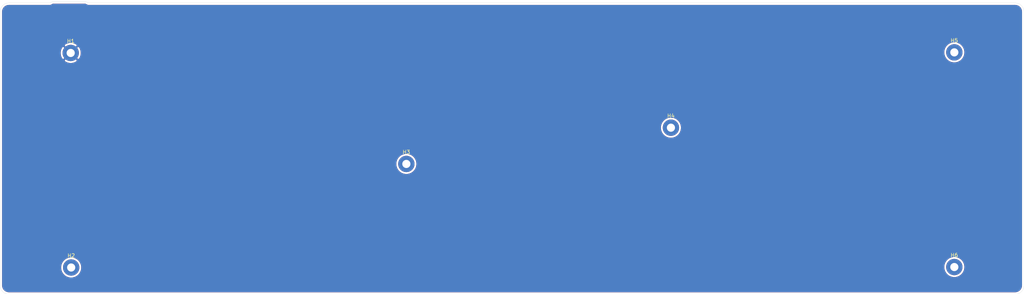
<source format=kicad_pcb>
(kicad_pcb (version 20171130) (host pcbnew "(5.1.12)-1")

  (general
    (thickness 1.6)
    (drawings 16)
    (tracks 0)
    (zones 0)
    (modules 6)
    (nets 2)
  )

  (page USLedger)
  (layers
    (0 F.Cu signal)
    (31 B.Cu signal)
    (32 B.Adhes user)
    (33 F.Adhes user)
    (34 B.Paste user)
    (35 F.Paste user)
    (36 B.SilkS user)
    (37 F.SilkS user)
    (38 B.Mask user)
    (39 F.Mask user)
    (40 Dwgs.User user)
    (41 Cmts.User user)
    (42 Eco1.User user)
    (43 Eco2.User user)
    (44 Edge.Cuts user)
    (45 Margin user)
    (46 B.CrtYd user)
    (47 F.CrtYd user)
    (48 B.Fab user)
    (49 F.Fab user)
  )

  (setup
    (last_trace_width 0.25)
    (trace_clearance 0.2)
    (zone_clearance 0.508)
    (zone_45_only no)
    (trace_min 0.00787)
    (via_size 0.8)
    (via_drill 0.4)
    (via_min_size 0.015748)
    (via_min_drill 0.3)
    (uvia_size 0.3)
    (uvia_drill 0.1)
    (uvias_allowed no)
    (uvia_min_size 0.007874)
    (uvia_min_drill 0.1)
    (edge_width 0.05)
    (segment_width 0.2)
    (pcb_text_width 0.3)
    (pcb_text_size 1.5 1.5)
    (mod_edge_width 0.12)
    (mod_text_size 1 1)
    (mod_text_width 0.15)
    (pad_size 1.524 1.524)
    (pad_drill 0.762)
    (pad_to_mask_clearance 0)
    (aux_axis_origin 0 0)
    (visible_elements 7FFFF7FF)
    (pcbplotparams
      (layerselection 0x010fc_ffffffff)
      (usegerberextensions false)
      (usegerberattributes true)
      (usegerberadvancedattributes true)
      (creategerberjobfile true)
      (excludeedgelayer true)
      (linewidth 0.100000)
      (plotframeref false)
      (viasonmask false)
      (mode 1)
      (useauxorigin false)
      (hpglpennumber 1)
      (hpglpenspeed 20)
      (hpglpendiameter 15.000000)
      (psnegative false)
      (psa4output false)
      (plotreference true)
      (plotvalue true)
      (plotinvisibletext false)
      (padsonsilk false)
      (subtractmaskfromsilk false)
      (outputformat 1)
      (mirror false)
      (drillshape 1)
      (scaleselection 1)
      (outputdirectory ""))
  )

  (net 0 "")
  (net 1 GND)

  (net_class Default "This is the default net class."
    (clearance 0.2)
    (trace_width 0.25)
    (via_dia 0.8)
    (via_drill 0.4)
    (uvia_dia 0.3)
    (uvia_drill 0.1)
    (add_net GND)
  )

  (module MountingHole:MountingHole_2.2mm_M2_Pad (layer F.Cu) (tedit 56D1B4CB) (tstamp 61D40C30)
    (at 92.86875 88.9)
    (descr "Mounting Hole 2.2mm, M2")
    (tags "mounting hole 2.2mm m2")
    (path /61D3B113)
    (attr virtual)
    (fp_text reference H1 (at 0 -3.2) (layer F.SilkS)
      (effects (font (size 1 1) (thickness 0.15)))
    )
    (fp_text value MountingHole (at 0 3.2) (layer F.Fab)
      (effects (font (size 1 1) (thickness 0.15)))
    )
    (fp_circle (center 0 0) (end 2.45 0) (layer F.CrtYd) (width 0.05))
    (fp_circle (center 0 0) (end 2.2 0) (layer Cmts.User) (width 0.15))
    (fp_text user %R (at 0.3 0) (layer F.Fab)
      (effects (font (size 1 1) (thickness 0.15)))
    )
    (pad 1 thru_hole circle (at 0 0) (size 4.4 4.4) (drill 2.2) (layers *.Cu *.Mask)
      (net 1 GND))
  )

  (module MountingHole:MountingHole_2.2mm_M2_Pad (layer F.Cu) (tedit 56D1B4CB) (tstamp 61D2B038)
    (at 331.24775 146.65325)
    (descr "Mounting Hole 2.2mm, M2")
    (tags "mounting hole 2.2mm m2")
    (path /61D7DC06)
    (attr virtual)
    (fp_text reference H6 (at 0 -3.2) (layer F.SilkS)
      (effects (font (size 1 1) (thickness 0.15)))
    )
    (fp_text value MountingHole (at 0 3.2) (layer F.Fab)
      (effects (font (size 1 1) (thickness 0.15)))
    )
    (fp_circle (center 0 0) (end 2.2 0) (layer Cmts.User) (width 0.15))
    (fp_circle (center 0 0) (end 2.45 0) (layer F.CrtYd) (width 0.05))
    (fp_text user %R (at 0.3 0) (layer F.Fab)
      (effects (font (size 1 1) (thickness 0.15)))
    )
    (pad 1 thru_hole circle (at 0 0) (size 4.4 4.4) (drill 2.2) (layers *.Cu *.Mask))
  )

  (module MountingHole:MountingHole_2.2mm_M2_Pad (layer F.Cu) (tedit 56D1B4CB) (tstamp 61D2AE15)
    (at 331.24775 88.74125)
    (descr "Mounting Hole 2.2mm, M2")
    (tags "mounting hole 2.2mm m2")
    (path /61D7D97E)
    (attr virtual)
    (fp_text reference H5 (at 0 -3.2) (layer F.SilkS)
      (effects (font (size 1 1) (thickness 0.15)))
    )
    (fp_text value MountingHole (at 0 3.2) (layer F.Fab)
      (effects (font (size 1 1) (thickness 0.15)))
    )
    (fp_circle (center 0 0) (end 2.2 0) (layer Cmts.User) (width 0.15))
    (fp_circle (center 0 0) (end 2.45 0) (layer F.CrtYd) (width 0.05))
    (fp_text user %R (at 0.3 0) (layer F.Fab)
      (effects (font (size 1 1) (thickness 0.15)))
    )
    (pad 1 thru_hole circle (at 0 0) (size 4.4 4.4) (drill 2.2) (layers *.Cu *.Mask))
  )

  (module MountingHole:MountingHole_2.2mm_M2_Pad (layer F.Cu) (tedit 56D1B4CB) (tstamp 61D2BBFA)
    (at 183.41975 118.84025)
    (descr "Mounting Hole 2.2mm, M2")
    (tags "mounting hole 2.2mm m2")
    (path /61D7D3F6)
    (attr virtual)
    (fp_text reference H3 (at 0 -3.2) (layer F.SilkS)
      (effects (font (size 1 1) (thickness 0.15)))
    )
    (fp_text value MountingHole (at 0 3.2) (layer F.Fab)
      (effects (font (size 1 1) (thickness 0.15)))
    )
    (fp_circle (center 0 0) (end 2.45 0) (layer F.CrtYd) (width 0.05))
    (fp_circle (center 0 0) (end 2.2 0) (layer Cmts.User) (width 0.15))
    (fp_text user %R (at 0.3 0) (layer F.Fab)
      (effects (font (size 1 1) (thickness 0.15)))
    )
    (pad 1 thru_hole circle (at 0 0) (size 4.4 4.4) (drill 2.2) (layers *.Cu *.Mask))
  )

  (module MountingHole:MountingHole_2.2mm_M2_Pad (layer F.Cu) (tedit 56D1B4CB) (tstamp 61D2AE15)
    (at 254.79375 109.06125)
    (descr "Mounting Hole 2.2mm, M2")
    (tags "mounting hole 2.2mm m2")
    (path /61D7D6ED)
    (attr virtual)
    (fp_text reference H4 (at 0 -3.2) (layer F.SilkS)
      (effects (font (size 1 1) (thickness 0.15)))
    )
    (fp_text value MountingHole (at 0 3.2) (layer F.Fab)
      (effects (font (size 1 1) (thickness 0.15)))
    )
    (fp_circle (center 0 0) (end 2.2 0) (layer Cmts.User) (width 0.15))
    (fp_circle (center 0 0) (end 2.45 0) (layer F.CrtYd) (width 0.05))
    (fp_text user %R (at 0.3 0) (layer F.Fab)
      (effects (font (size 1 1) (thickness 0.15)))
    )
    (pad 1 thru_hole circle (at 0 0) (size 4.4 4.4) (drill 2.2) (layers *.Cu *.Mask))
  )

  (module MountingHole:MountingHole_2.2mm_M2_Pad (layer F.Cu) (tedit 56D1B4CB) (tstamp 61D2AFA8)
    (at 92.99575 146.78025)
    (descr "Mounting Hole 2.2mm, M2")
    (tags "mounting hole 2.2mm m2")
    (path /61D7D108)
    (attr virtual)
    (fp_text reference H2 (at 0 -3.2) (layer F.SilkS)
      (effects (font (size 1 1) (thickness 0.15)))
    )
    (fp_text value MountingHole (at 0 3.2) (layer F.Fab)
      (effects (font (size 1 1) (thickness 0.15)))
    )
    (fp_circle (center 0 0) (end 2.45 0) (layer F.CrtYd) (width 0.05))
    (fp_circle (center 0 0) (end 2.2 0) (layer Cmts.User) (width 0.15))
    (fp_text user %R (at 0.3 0) (layer F.Fab)
      (effects (font (size 1 1) (thickness 0.15)))
    )
    (pad 1 thru_hole circle (at 0 0) (size 4.4 4.4) (drill 2.2) (layers *.Cu *.Mask))
  )

  (gr_line (start 350.04375 77.7875) (end 350.04375 147.6375) (layer Edge.Cuts) (width 0.05))
  (gr_line (start 87.3125 75.40625) (end 87.85225 75.08875) (layer Edge.Cuts) (width 0.05) (tstamp 61BFBA85))
  (gr_line (start 96.99625 75.08875) (end 87.85225 75.08875) (layer Edge.Cuts) (width 0.05))
  (gr_line (start 97.63125 75.40625) (end 96.99625 75.08875) (layer Edge.Cuts) (width 0.05))
  (gr_line (start 87.3125 75.40625) (end 76.2 75.40625) (layer Edge.Cuts) (width 0.05) (tstamp 61BFB5E6))
  (gr_line (start 347.6625 75.40625) (end 97.63125 75.40625) (layer Edge.Cuts) (width 0.05))
  (gr_line (start 76.2 153.9875) (end 235.74375 153.9875) (layer Edge.Cuts) (width 0.05) (tstamp 61BFB5E5))
  (gr_line (start 73.81875 151.60625) (end 73.81875 77.7875) (layer Edge.Cuts) (width 0.05) (tstamp 61BFB5E4))
  (gr_arc (start 76.2 151.60625) (end 76.2 153.9875) (angle 90) (layer Edge.Cuts) (width 0.05))
  (gr_line (start 347.6625 153.9875) (end 345.28125 153.9875) (layer Edge.Cuts) (width 0.05) (tstamp 61BFB372))
  (gr_line (start 350.04375 151.60625) (end 350.04375 147.6375) (layer Edge.Cuts) (width 0.05) (tstamp 61BFB371))
  (gr_arc (start 347.6625 151.60625) (end 350.04375 151.60625) (angle 90) (layer Edge.Cuts) (width 0.05))
  (gr_line (start 321.46875 153.9875) (end 345.28125 153.9875) (layer Edge.Cuts) (width 0.05))
  (gr_line (start 235.74375 153.9875) (end 321.46875 153.9875) (layer Edge.Cuts) (width 0.05))
  (gr_arc (start 76.2 77.7875) (end 73.81875 77.7875) (angle 90) (layer Edge.Cuts) (width 0.05))
  (gr_arc (start 347.6625 77.7875) (end 347.6625 75.40625) (angle 90) (layer Edge.Cuts) (width 0.05))

  (zone (net 1) (net_name GND) (layer F.Cu) (tstamp 61D68FC4) (hatch edge 0.508)
    (connect_pads (clearance 0.508))
    (min_thickness 0.254)
    (fill yes (arc_segments 32) (thermal_gap 0.508) (thermal_bridge_width 0.508))
    (polygon
      (pts
        (xy 73.81875 153.9875) (xy 350.04375 153.9875) (xy 350.04375 74.6125) (xy 73.81875 74.6125)
      )
    )
    (filled_polygon
      (pts
        (xy 87.691451 75.949057) (xy 87.68095 75.957675) (xy 87.635521 75.981957) (xy 87.619191 75.991563) (xy 87.606935 75.997237)
        (xy 87.566293 76.01896) (xy 87.54806 76.024491) (xy 87.530772 76.032494) (xy 87.485993 76.043319) (xy 87.441883 76.0567)
        (xy 87.422914 76.058568) (xy 87.404404 76.063043) (xy 87.358378 76.064924) (xy 87.344919 76.06625) (xy 87.32595 76.06625)
        (xy 87.274504 76.068353) (xy 87.261089 76.06625) (xy 76.232279 76.06625) (xy 75.86629 76.102136) (xy 75.54529 76.199051)
        (xy 75.249225 76.356471) (xy 74.989377 76.568399) (xy 74.775642 76.82676) (xy 74.616162 77.121714) (xy 74.517006 77.442032)
        (xy 74.478749 77.806022) (xy 74.47875 151.573971) (xy 74.514636 151.93996) (xy 74.611552 152.260962) (xy 74.768971 152.557025)
        (xy 74.980899 152.816873) (xy 75.239258 153.030606) (xy 75.534214 153.190088) (xy 75.854531 153.289243) (xy 76.218521 153.3275)
        (xy 347.630221 153.3275) (xy 347.99621 153.291614) (xy 348.317212 153.194698) (xy 348.613275 153.037279) (xy 348.873123 152.825351)
        (xy 349.086856 152.566992) (xy 349.246338 152.272036) (xy 349.345493 151.951719) (xy 349.38375 151.587729) (xy 349.38375 146.374027)
        (xy 334.08275 146.374027) (xy 334.08275 146.932473) (xy 333.973802 147.480189) (xy 333.760094 147.996126) (xy 333.449838 148.460457)
        (xy 333.054957 148.855338) (xy 332.590626 149.165594) (xy 332.074689 149.379302) (xy 331.526973 149.48825) (xy 330.968527 149.48825)
        (xy 330.420811 149.379302) (xy 329.904874 149.165594) (xy 329.440543 148.855338) (xy 329.045662 148.460457) (xy 328.735406 147.996126)
        (xy 328.521698 147.480189) (xy 328.41275 146.932473) (xy 328.41275 146.501027) (xy 95.83075 146.501027) (xy 95.83075 147.059473)
        (xy 95.721802 147.607189) (xy 95.508094 148.123126) (xy 95.197838 148.587457) (xy 94.802957 148.982338) (xy 94.338626 149.292594)
        (xy 93.822689 149.506302) (xy 93.274973 149.61525) (xy 92.716527 149.61525) (xy 92.168811 149.506302) (xy 91.652874 149.292594)
        (xy 91.188543 148.982338) (xy 90.793662 148.587457) (xy 90.483406 148.123126) (xy 90.269698 147.607189) (xy 90.16075 147.059473)
        (xy 90.16075 146.501027) (xy 90.269698 145.953311) (xy 90.483406 145.437374) (xy 90.793662 144.973043) (xy 91.188543 144.578162)
        (xy 91.652874 144.267906) (xy 92.168811 144.054198) (xy 92.716527 143.94525) (xy 93.274973 143.94525) (xy 93.822689 144.054198)
        (xy 94.338626 144.267906) (xy 94.802957 144.578162) (xy 95.197838 144.973043) (xy 95.508094 145.437374) (xy 95.721802 145.953311)
        (xy 95.83075 146.501027) (xy 328.41275 146.501027) (xy 328.41275 146.374027) (xy 328.521698 145.826311) (xy 328.735406 145.310374)
        (xy 329.045662 144.846043) (xy 329.440543 144.451162) (xy 329.904874 144.140906) (xy 330.420811 143.927198) (xy 330.968527 143.81825)
        (xy 331.526973 143.81825) (xy 332.074689 143.927198) (xy 332.590626 144.140906) (xy 333.054957 144.451162) (xy 333.449838 144.846043)
        (xy 333.760094 145.310374) (xy 333.973802 145.826311) (xy 334.08275 146.374027) (xy 349.38375 146.374027) (xy 349.38375 118.561027)
        (xy 186.25475 118.561027) (xy 186.25475 119.119473) (xy 186.145802 119.667189) (xy 185.932094 120.183126) (xy 185.621838 120.647457)
        (xy 185.226957 121.042338) (xy 184.762626 121.352594) (xy 184.246689 121.566302) (xy 183.698973 121.67525) (xy 183.140527 121.67525)
        (xy 182.592811 121.566302) (xy 182.076874 121.352594) (xy 181.612543 121.042338) (xy 181.217662 120.647457) (xy 180.907406 120.183126)
        (xy 180.693698 119.667189) (xy 180.58475 119.119473) (xy 180.58475 118.561027) (xy 180.693698 118.013311) (xy 180.907406 117.497374)
        (xy 181.217662 117.033043) (xy 181.612543 116.638162) (xy 182.076874 116.327906) (xy 182.592811 116.114198) (xy 183.140527 116.00525)
        (xy 183.698973 116.00525) (xy 184.246689 116.114198) (xy 184.762626 116.327906) (xy 185.226957 116.638162) (xy 185.621838 117.033043)
        (xy 185.932094 117.497374) (xy 186.145802 118.013311) (xy 186.25475 118.561027) (xy 349.38375 118.561027) (xy 349.38375 108.782027)
        (xy 257.62875 108.782027) (xy 257.62875 109.340473) (xy 257.519802 109.888189) (xy 257.306094 110.404126) (xy 256.995838 110.868457)
        (xy 256.600957 111.263338) (xy 256.136626 111.573594) (xy 255.620689 111.787302) (xy 255.072973 111.89625) (xy 254.514527 111.89625)
        (xy 253.966811 111.787302) (xy 253.450874 111.573594) (xy 252.986543 111.263338) (xy 252.591662 110.868457) (xy 252.281406 110.404126)
        (xy 252.067698 109.888189) (xy 251.95875 109.340473) (xy 251.95875 108.782027) (xy 252.067698 108.234311) (xy 252.281406 107.718374)
        (xy 252.591662 107.254043) (xy 252.986543 106.859162) (xy 253.450874 106.548906) (xy 253.966811 106.335198) (xy 254.514527 106.22625)
        (xy 255.072973 106.22625) (xy 255.620689 106.335198) (xy 256.136626 106.548906) (xy 256.600957 106.859162) (xy 256.995838 107.254043)
        (xy 257.306094 107.718374) (xy 257.519802 108.234311) (xy 257.62875 108.782027) (xy 349.38375 108.782027) (xy 349.38375 88.462027)
        (xy 334.08275 88.462027) (xy 334.08275 89.020473) (xy 333.973802 89.568189) (xy 333.760094 90.084126) (xy 333.449838 90.548457)
        (xy 333.054957 90.943338) (xy 332.590626 91.253594) (xy 332.074689 91.467302) (xy 331.526973 91.57625) (xy 330.968527 91.57625)
        (xy 330.420811 91.467302) (xy 329.904874 91.253594) (xy 329.440543 90.943338) (xy 329.38698 90.889775) (xy 94.67892 90.889775)
        (xy 94.438774 91.277018) (xy 93.944873 91.537641) (xy 93.409617 91.696901) (xy 92.853576 91.748678) (xy 92.298118 91.690981)
        (xy 91.764589 91.526028) (xy 91.298726 91.277018) (xy 91.05858 90.889775) (xy 92.86875 89.079605) (xy 94.67892 90.889775)
        (xy 329.38698 90.889775) (xy 329.045662 90.548457) (xy 328.735406 90.084126) (xy 328.521698 89.568189) (xy 328.41275 89.020473)
        (xy 328.41275 88.915174) (xy 95.717428 88.915174) (xy 95.659731 89.470632) (xy 95.494778 90.004161) (xy 95.245768 90.470024)
        (xy 94.858525 90.71017) (xy 93.048355 88.9) (xy 92.689145 88.9) (xy 90.878975 90.71017) (xy 90.491732 90.470024)
        (xy 90.231109 89.976123) (xy 90.071849 89.440867) (xy 90.020072 88.884826) (xy 90.077769 88.329368) (xy 90.242722 87.795839)
        (xy 90.491732 87.329976) (xy 90.878975 87.08983) (xy 92.689145 88.9) (xy 93.048355 88.9) (xy 94.858525 87.08983)
        (xy 95.245768 87.329976) (xy 95.506391 87.823877) (xy 95.665651 88.359133) (xy 95.717428 88.915174) (xy 328.41275 88.915174)
        (xy 328.41275 88.462027) (xy 328.521698 87.914311) (xy 328.735406 87.398374) (xy 329.045662 86.934043) (xy 329.06948 86.910225)
        (xy 94.67892 86.910225) (xy 92.86875 88.720395) (xy 91.05858 86.910225) (xy 91.298726 86.522982) (xy 91.792627 86.262359)
        (xy 92.327883 86.103099) (xy 92.883924 86.051322) (xy 93.439382 86.109019) (xy 93.972911 86.273972) (xy 94.438774 86.522982)
        (xy 94.67892 86.910225) (xy 329.06948 86.910225) (xy 329.440543 86.539162) (xy 329.904874 86.228906) (xy 330.420811 86.015198)
        (xy 330.968527 85.90625) (xy 331.526973 85.90625) (xy 332.074689 86.015198) (xy 332.590626 86.228906) (xy 333.054957 86.539162)
        (xy 333.449838 86.934043) (xy 333.760094 87.398374) (xy 333.973802 87.914311) (xy 334.08275 88.462027) (xy 349.38375 88.462027)
        (xy 349.38375 77.819779) (xy 349.347864 77.45379) (xy 349.250949 77.13279) (xy 349.093529 76.836725) (xy 348.881601 76.576877)
        (xy 348.62324 76.363142) (xy 348.328286 76.203662) (xy 348.007968 76.104506) (xy 347.643988 76.06625) (xy 97.640202 76.06625)
        (xy 97.584238 76.067774) (xy 97.543256 76.060776) (xy 97.501867 76.0567) (xy 97.479314 76.049858) (xy 97.456084 76.045892)
        (xy 97.417247 76.031031) (xy 97.377457 76.01896) (xy 97.328061 75.992557) (xy 96.840447 75.74875) (xy 88.031973 75.74875)
      )
    )
  )
  (zone (net 1) (net_name GND) (layer B.Cu) (tstamp 61D68FC1) (hatch edge 0.508)
    (connect_pads (clearance 0.508))
    (min_thickness 0.254)
    (fill yes (arc_segments 32) (thermal_gap 0.508) (thermal_bridge_width 0.508))
    (polygon
      (pts
        (xy 73.81875 153.9875) (xy 350.04375 153.9875) (xy 350.04375 74.6125) (xy 73.81875 74.6125)
      )
    )
    (filled_polygon
      (pts
        (xy 87.691451 75.949057) (xy 87.68095 75.957675) (xy 87.635521 75.981957) (xy 87.619191 75.991563) (xy 87.606935 75.997237)
        (xy 87.566293 76.01896) (xy 87.54806 76.024491) (xy 87.530772 76.032494) (xy 87.485993 76.043319) (xy 87.441883 76.0567)
        (xy 87.422914 76.058568) (xy 87.404404 76.063043) (xy 87.358378 76.064924) (xy 87.344919 76.06625) (xy 87.32595 76.06625)
        (xy 87.274504 76.068353) (xy 87.261089 76.06625) (xy 76.232279 76.06625) (xy 75.86629 76.102136) (xy 75.54529 76.199051)
        (xy 75.249225 76.356471) (xy 74.989377 76.568399) (xy 74.775642 76.82676) (xy 74.616162 77.121714) (xy 74.517006 77.442032)
        (xy 74.478749 77.806022) (xy 74.47875 151.573971) (xy 74.514636 151.93996) (xy 74.611552 152.260962) (xy 74.768971 152.557025)
        (xy 74.980899 152.816873) (xy 75.239258 153.030606) (xy 75.534214 153.190088) (xy 75.854531 153.289243) (xy 76.218521 153.3275)
        (xy 347.630221 153.3275) (xy 347.99621 153.291614) (xy 348.317212 153.194698) (xy 348.613275 153.037279) (xy 348.873123 152.825351)
        (xy 349.086856 152.566992) (xy 349.246338 152.272036) (xy 349.345493 151.951719) (xy 349.38375 151.587729) (xy 349.38375 146.374027)
        (xy 334.08275 146.374027) (xy 334.08275 146.932473) (xy 333.973802 147.480189) (xy 333.760094 147.996126) (xy 333.449838 148.460457)
        (xy 333.054957 148.855338) (xy 332.590626 149.165594) (xy 332.074689 149.379302) (xy 331.526973 149.48825) (xy 330.968527 149.48825)
        (xy 330.420811 149.379302) (xy 329.904874 149.165594) (xy 329.440543 148.855338) (xy 329.045662 148.460457) (xy 328.735406 147.996126)
        (xy 328.521698 147.480189) (xy 328.41275 146.932473) (xy 328.41275 146.501027) (xy 95.83075 146.501027) (xy 95.83075 147.059473)
        (xy 95.721802 147.607189) (xy 95.508094 148.123126) (xy 95.197838 148.587457) (xy 94.802957 148.982338) (xy 94.338626 149.292594)
        (xy 93.822689 149.506302) (xy 93.274973 149.61525) (xy 92.716527 149.61525) (xy 92.168811 149.506302) (xy 91.652874 149.292594)
        (xy 91.188543 148.982338) (xy 90.793662 148.587457) (xy 90.483406 148.123126) (xy 90.269698 147.607189) (xy 90.16075 147.059473)
        (xy 90.16075 146.501027) (xy 90.269698 145.953311) (xy 90.483406 145.437374) (xy 90.793662 144.973043) (xy 91.188543 144.578162)
        (xy 91.652874 144.267906) (xy 92.168811 144.054198) (xy 92.716527 143.94525) (xy 93.274973 143.94525) (xy 93.822689 144.054198)
        (xy 94.338626 144.267906) (xy 94.802957 144.578162) (xy 95.197838 144.973043) (xy 95.508094 145.437374) (xy 95.721802 145.953311)
        (xy 95.83075 146.501027) (xy 328.41275 146.501027) (xy 328.41275 146.374027) (xy 328.521698 145.826311) (xy 328.735406 145.310374)
        (xy 329.045662 144.846043) (xy 329.440543 144.451162) (xy 329.904874 144.140906) (xy 330.420811 143.927198) (xy 330.968527 143.81825)
        (xy 331.526973 143.81825) (xy 332.074689 143.927198) (xy 332.590626 144.140906) (xy 333.054957 144.451162) (xy 333.449838 144.846043)
        (xy 333.760094 145.310374) (xy 333.973802 145.826311) (xy 334.08275 146.374027) (xy 349.38375 146.374027) (xy 349.38375 118.561027)
        (xy 186.25475 118.561027) (xy 186.25475 119.119473) (xy 186.145802 119.667189) (xy 185.932094 120.183126) (xy 185.621838 120.647457)
        (xy 185.226957 121.042338) (xy 184.762626 121.352594) (xy 184.246689 121.566302) (xy 183.698973 121.67525) (xy 183.140527 121.67525)
        (xy 182.592811 121.566302) (xy 182.076874 121.352594) (xy 181.612543 121.042338) (xy 181.217662 120.647457) (xy 180.907406 120.183126)
        (xy 180.693698 119.667189) (xy 180.58475 119.119473) (xy 180.58475 118.561027) (xy 180.693698 118.013311) (xy 180.907406 117.497374)
        (xy 181.217662 117.033043) (xy 181.612543 116.638162) (xy 182.076874 116.327906) (xy 182.592811 116.114198) (xy 183.140527 116.00525)
        (xy 183.698973 116.00525) (xy 184.246689 116.114198) (xy 184.762626 116.327906) (xy 185.226957 116.638162) (xy 185.621838 117.033043)
        (xy 185.932094 117.497374) (xy 186.145802 118.013311) (xy 186.25475 118.561027) (xy 349.38375 118.561027) (xy 349.38375 108.782027)
        (xy 257.62875 108.782027) (xy 257.62875 109.340473) (xy 257.519802 109.888189) (xy 257.306094 110.404126) (xy 256.995838 110.868457)
        (xy 256.600957 111.263338) (xy 256.136626 111.573594) (xy 255.620689 111.787302) (xy 255.072973 111.89625) (xy 254.514527 111.89625)
        (xy 253.966811 111.787302) (xy 253.450874 111.573594) (xy 252.986543 111.263338) (xy 252.591662 110.868457) (xy 252.281406 110.404126)
        (xy 252.067698 109.888189) (xy 251.95875 109.340473) (xy 251.95875 108.782027) (xy 252.067698 108.234311) (xy 252.281406 107.718374)
        (xy 252.591662 107.254043) (xy 252.986543 106.859162) (xy 253.450874 106.548906) (xy 253.966811 106.335198) (xy 254.514527 106.22625)
        (xy 255.072973 106.22625) (xy 255.620689 106.335198) (xy 256.136626 106.548906) (xy 256.600957 106.859162) (xy 256.995838 107.254043)
        (xy 257.306094 107.718374) (xy 257.519802 108.234311) (xy 257.62875 108.782027) (xy 349.38375 108.782027) (xy 349.38375 88.462027)
        (xy 334.08275 88.462027) (xy 334.08275 89.020473) (xy 333.973802 89.568189) (xy 333.760094 90.084126) (xy 333.449838 90.548457)
        (xy 333.054957 90.943338) (xy 332.590626 91.253594) (xy 332.074689 91.467302) (xy 331.526973 91.57625) (xy 330.968527 91.57625)
        (xy 330.420811 91.467302) (xy 329.904874 91.253594) (xy 329.440543 90.943338) (xy 329.38698 90.889775) (xy 94.67892 90.889775)
        (xy 94.438774 91.277018) (xy 93.944873 91.537641) (xy 93.409617 91.696901) (xy 92.853576 91.748678) (xy 92.298118 91.690981)
        (xy 91.764589 91.526028) (xy 91.298726 91.277018) (xy 91.05858 90.889775) (xy 92.86875 89.079605) (xy 94.67892 90.889775)
        (xy 329.38698 90.889775) (xy 329.045662 90.548457) (xy 328.735406 90.084126) (xy 328.521698 89.568189) (xy 328.41275 89.020473)
        (xy 328.41275 88.915174) (xy 95.717428 88.915174) (xy 95.659731 89.470632) (xy 95.494778 90.004161) (xy 95.245768 90.470024)
        (xy 94.858525 90.71017) (xy 93.048355 88.9) (xy 92.689145 88.9) (xy 90.878975 90.71017) (xy 90.491732 90.470024)
        (xy 90.231109 89.976123) (xy 90.071849 89.440867) (xy 90.020072 88.884826) (xy 90.077769 88.329368) (xy 90.242722 87.795839)
        (xy 90.491732 87.329976) (xy 90.878975 87.08983) (xy 92.689145 88.9) (xy 93.048355 88.9) (xy 94.858525 87.08983)
        (xy 95.245768 87.329976) (xy 95.506391 87.823877) (xy 95.665651 88.359133) (xy 95.717428 88.915174) (xy 328.41275 88.915174)
        (xy 328.41275 88.462027) (xy 328.521698 87.914311) (xy 328.735406 87.398374) (xy 329.045662 86.934043) (xy 329.06948 86.910225)
        (xy 94.67892 86.910225) (xy 92.86875 88.720395) (xy 91.05858 86.910225) (xy 91.298726 86.522982) (xy 91.792627 86.262359)
        (xy 92.327883 86.103099) (xy 92.883924 86.051322) (xy 93.439382 86.109019) (xy 93.972911 86.273972) (xy 94.438774 86.522982)
        (xy 94.67892 86.910225) (xy 329.06948 86.910225) (xy 329.440543 86.539162) (xy 329.904874 86.228906) (xy 330.420811 86.015198)
        (xy 330.968527 85.90625) (xy 331.526973 85.90625) (xy 332.074689 86.015198) (xy 332.590626 86.228906) (xy 333.054957 86.539162)
        (xy 333.449838 86.934043) (xy 333.760094 87.398374) (xy 333.973802 87.914311) (xy 334.08275 88.462027) (xy 349.38375 88.462027)
        (xy 349.38375 77.819779) (xy 349.347864 77.45379) (xy 349.250949 77.13279) (xy 349.093529 76.836725) (xy 348.881601 76.576877)
        (xy 348.62324 76.363142) (xy 348.328286 76.203662) (xy 348.007968 76.104506) (xy 347.643988 76.06625) (xy 97.640202 76.06625)
        (xy 97.584238 76.067774) (xy 97.543256 76.060776) (xy 97.501867 76.0567) (xy 97.479314 76.049858) (xy 97.456084 76.045892)
        (xy 97.417247 76.031031) (xy 97.377457 76.01896) (xy 97.328061 75.992557) (xy 96.840447 75.74875) (xy 88.031973 75.74875)
      )
    )
  )
)

</source>
